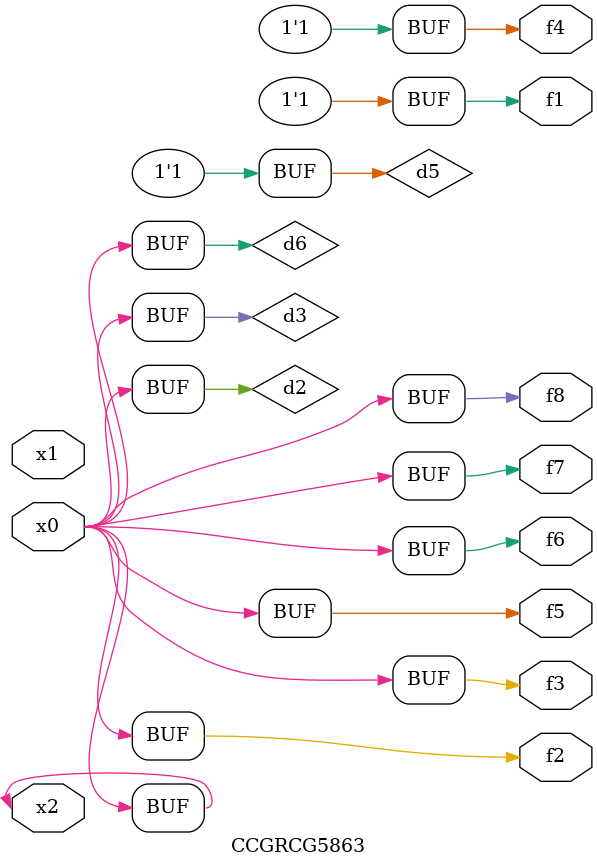
<source format=v>
module CCGRCG5863(
	input x0, x1, x2,
	output f1, f2, f3, f4, f5, f6, f7, f8
);

	wire d1, d2, d3, d4, d5, d6;

	xnor (d1, x2);
	buf (d2, x0, x2);
	and (d3, x0);
	xnor (d4, x1, x2);
	nand (d5, d1, d3);
	buf (d6, d2, d3);
	assign f1 = d5;
	assign f2 = d6;
	assign f3 = d6;
	assign f4 = d5;
	assign f5 = d6;
	assign f6 = d6;
	assign f7 = d6;
	assign f8 = d6;
endmodule

</source>
